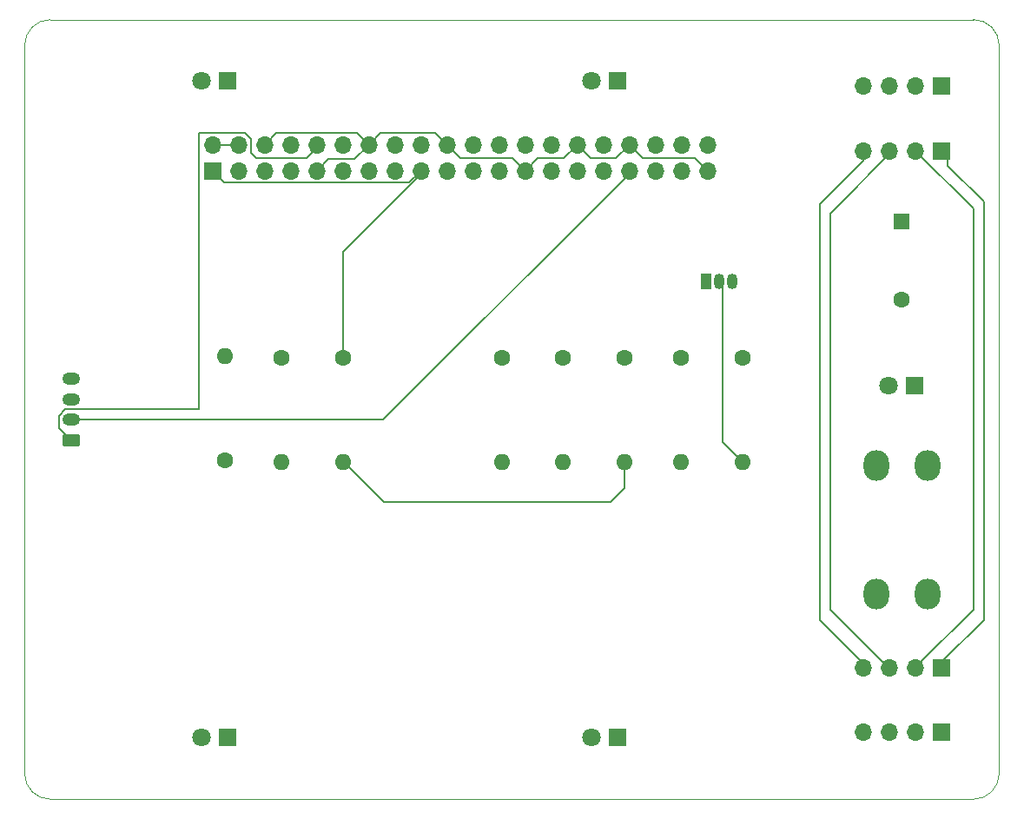
<source format=gbr>
%TF.GenerationSoftware,KiCad,Pcbnew,8.0.1*%
%TF.CreationDate,2024-04-28T12:21:07+02:00*%
%TF.ProjectId,IoT-Project,496f542d-5072-46f6-9a65-63742e6b6963,rev?*%
%TF.SameCoordinates,Original*%
%TF.FileFunction,Copper,L1,Top*%
%TF.FilePolarity,Positive*%
%FSLAX46Y46*%
G04 Gerber Fmt 4.6, Leading zero omitted, Abs format (unit mm)*
G04 Created by KiCad (PCBNEW 8.0.1) date 2024-04-28 12:21:07*
%MOMM*%
%LPD*%
G01*
G04 APERTURE LIST*
G04 Aperture macros list*
%AMRoundRect*
0 Rectangle with rounded corners*
0 $1 Rounding radius*
0 $2 $3 $4 $5 $6 $7 $8 $9 X,Y pos of 4 corners*
0 Add a 4 corners polygon primitive as box body*
4,1,4,$2,$3,$4,$5,$6,$7,$8,$9,$2,$3,0*
0 Add four circle primitives for the rounded corners*
1,1,$1+$1,$2,$3*
1,1,$1+$1,$4,$5*
1,1,$1+$1,$6,$7*
1,1,$1+$1,$8,$9*
0 Add four rect primitives between the rounded corners*
20,1,$1+$1,$2,$3,$4,$5,0*
20,1,$1+$1,$4,$5,$6,$7,0*
20,1,$1+$1,$6,$7,$8,$9,0*
20,1,$1+$1,$8,$9,$2,$3,0*%
G04 Aperture macros list end*
%TA.AperFunction,ComponentPad*%
%ADD10R,1.800000X1.800000*%
%TD*%
%TA.AperFunction,ComponentPad*%
%ADD11C,1.800000*%
%TD*%
%TA.AperFunction,ComponentPad*%
%ADD12C,1.600000*%
%TD*%
%TA.AperFunction,ComponentPad*%
%ADD13O,1.600000X1.600000*%
%TD*%
%TA.AperFunction,ComponentPad*%
%ADD14R,1.700000X1.700000*%
%TD*%
%TA.AperFunction,ComponentPad*%
%ADD15O,1.700000X1.700000*%
%TD*%
%TA.AperFunction,ComponentPad*%
%ADD16R,1.600000X1.600000*%
%TD*%
%TA.AperFunction,ComponentPad*%
%ADD17O,2.500000X3.000000*%
%TD*%
%TA.AperFunction,ComponentPad*%
%ADD18R,1.050000X1.500000*%
%TD*%
%TA.AperFunction,ComponentPad*%
%ADD19O,1.050000X1.500000*%
%TD*%
%TA.AperFunction,ComponentPad*%
%ADD20RoundRect,0.250000X0.625000X-0.350000X0.625000X0.350000X-0.625000X0.350000X-0.625000X-0.350000X0*%
%TD*%
%TA.AperFunction,ComponentPad*%
%ADD21O,1.750000X1.200000*%
%TD*%
%TA.AperFunction,Conductor*%
%ADD22C,0.200000*%
%TD*%
%TA.AperFunction,Profile*%
%ADD23C,0.050000*%
%TD*%
G04 APERTURE END LIST*
D10*
%TO.P,S4,1,K*%
%TO.N,GND*%
X56275000Y-92500000D03*
D11*
%TO.P,S4,2,A*%
%TO.N,Net-(S4-A)*%
X53735000Y-92500000D03*
%TD*%
D12*
%TO.P,RLED2,1*%
%TO.N,/Sensor 2*%
X83000000Y-119500000D03*
D13*
%TO.P,RLED2,2*%
%TO.N,Net-(S2-A)*%
X83000000Y-129660000D03*
%TD*%
D12*
%TO.P,RLED0,1*%
%TO.N,/green*%
X100500000Y-119500000D03*
D13*
%TO.P,RLED0,2*%
%TO.N,Net-(Green1-A)*%
X100500000Y-129660000D03*
%TD*%
D10*
%TO.P,Green1,1,K*%
%TO.N,GND*%
X123275000Y-122200000D03*
D11*
%TO.P,Green1,2,A*%
%TO.N,Net-(Green1-A)*%
X120735000Y-122200000D03*
%TD*%
D14*
%TO.P,SEN2,1,Pin_1*%
%TO.N,/SDA*%
X125900000Y-149700000D03*
D15*
%TO.P,SEN2,2,Pin_2*%
%TO.N,/SLC*%
X123360000Y-149700000D03*
%TO.P,SEN2,3,Pin_3*%
%TO.N,GND*%
X120820000Y-149700000D03*
%TO.P,SEN2,4,Pin_4*%
%TO.N,+3.3V*%
X118280000Y-149700000D03*
%TD*%
D12*
%TO.P,RSW1,1*%
%TO.N,+3.3V*%
X67500000Y-119500000D03*
D13*
%TO.P,RSW1,2*%
%TO.N,Net-(RSW1-Pad2)*%
X67500000Y-129660000D03*
%TD*%
D16*
%TO.P,BZ1,1,+*%
%TO.N,+5V*%
X122000000Y-106200000D03*
D12*
%TO.P,BZ1,2,-*%
%TO.N,Net-(BZ1--)*%
X122000000Y-113800000D03*
%TD*%
D17*
%TO.P,SW1,1,1*%
%TO.N,GND*%
X124500000Y-130000000D03*
X124500000Y-142500000D03*
%TO.P,SW1,2,2*%
%TO.N,Net-(RSW1-Pad2)*%
X119500000Y-130000000D03*
X119500000Y-142500000D03*
%TD*%
D12*
%TO.P,RLED1,1*%
%TO.N,/Sensor 1*%
X61500000Y-119500000D03*
D13*
%TO.P,RLED1,2*%
%TO.N,Net-(S1-A)*%
X61500000Y-129660000D03*
%TD*%
D12*
%TO.P,RBUZZ1,1*%
%TO.N,/buzzer*%
X106500000Y-119500000D03*
D13*
%TO.P,RBUZZ1,2*%
%TO.N,Net-(TRANS1-B)*%
X106500000Y-129660000D03*
%TD*%
D12*
%TO.P,RLED4,1*%
%TO.N,/Sensor 4*%
X56000000Y-129500000D03*
D13*
%TO.P,RLED4,2*%
%TO.N,Net-(S4-A)*%
X56000000Y-119340000D03*
%TD*%
D18*
%TO.P,TRANS1,1,E*%
%TO.N,GND*%
X102960000Y-112000000D03*
D19*
%TO.P,TRANS1,2,B*%
%TO.N,Net-(TRANS1-B)*%
X104230000Y-112000000D03*
%TO.P,TRANS1,3,C*%
%TO.N,Net-(BZ1--)*%
X105500000Y-112000000D03*
%TD*%
D14*
%TO.P,SEN1,1,Pin_1*%
%TO.N,/SDA*%
X125900000Y-156000000D03*
D15*
%TO.P,SEN1,2,Pin_2*%
%TO.N,/SLC*%
X123360000Y-156000000D03*
%TO.P,SEN1,3,Pin_3*%
%TO.N,GND*%
X120820000Y-156000000D03*
%TO.P,SEN1,4,Pin_4*%
%TO.N,+3.3V*%
X118280000Y-156000000D03*
%TD*%
D12*
%TO.P,RSW2,1*%
%TO.N,/switch*%
X95000000Y-119500000D03*
D13*
%TO.P,RSW2,2*%
%TO.N,Net-(RSW1-Pad2)*%
X95000000Y-129660000D03*
%TD*%
D20*
%TO.P,LID1,1,Pin_1*%
%TO.N,/Lidar-UART*%
X41000000Y-127500000D03*
D21*
%TO.P,LID1,2,Pin_2*%
%TO.N,/Lidar*%
X41000000Y-125500000D03*
%TO.P,LID1,3,Pin_3*%
%TO.N,GND*%
X41000000Y-123500000D03*
%TO.P,LID1,4,Pin_4*%
%TO.N,+5V*%
X41000000Y-121500000D03*
%TD*%
D10*
%TO.P,S2,1,K*%
%TO.N,GND*%
X94275000Y-156500000D03*
D11*
%TO.P,S2,2,A*%
%TO.N,Net-(S2-A)*%
X91735000Y-156500000D03*
%TD*%
D12*
%TO.P,RLED3,1*%
%TO.N,/Sensor 3*%
X89000000Y-119500000D03*
D13*
%TO.P,RLED3,2*%
%TO.N,Net-(S3-A)*%
X89000000Y-129660000D03*
%TD*%
D14*
%TO.P,SEN4,1,Pin_1*%
%TO.N,/SDA*%
X125900000Y-93000000D03*
D15*
%TO.P,SEN4,2,Pin_2*%
%TO.N,/SLC*%
X123360000Y-93000000D03*
%TO.P,SEN4,3,Pin_3*%
%TO.N,GND*%
X120820000Y-93000000D03*
%TO.P,SEN4,4,Pin_4*%
%TO.N,+3.3V*%
X118280000Y-93000000D03*
%TD*%
D14*
%TO.P,SEN3,1,Pin_1*%
%TO.N,/SDA*%
X125900000Y-99300000D03*
D15*
%TO.P,SEN3,2,Pin_2*%
%TO.N,/SLC*%
X123360000Y-99300000D03*
%TO.P,SEN3,3,Pin_3*%
%TO.N,GND*%
X120820000Y-99300000D03*
%TO.P,SEN3,4,Pin_4*%
%TO.N,+3.3V*%
X118280000Y-99300000D03*
%TD*%
D10*
%TO.P,S1,1,K*%
%TO.N,GND*%
X56275000Y-156500000D03*
D11*
%TO.P,S1,2,A*%
%TO.N,Net-(S1-A)*%
X53735000Y-156500000D03*
%TD*%
D14*
%TO.P,J1,1,3V3*%
%TO.N,+3.3V*%
X54800000Y-101250000D03*
D15*
%TO.P,J1,2,5V*%
%TO.N,+5V*%
X54800000Y-98710000D03*
%TO.P,J1,3,SDA/GPIO2*%
%TO.N,/SDA*%
X57340000Y-101250000D03*
%TO.P,J1,4,5V*%
%TO.N,+5V*%
X57340000Y-98710000D03*
%TO.P,J1,5,SCL/GPIO3*%
%TO.N,/SLC*%
X59880000Y-101250000D03*
%TO.P,J1,6,GND*%
%TO.N,GND*%
X59880000Y-98710000D03*
%TO.P,J1,7,GCLK0/GPIO4*%
%TO.N,unconnected-(J1-GCLK0{slash}GPIO4-Pad7)*%
X62420000Y-101250000D03*
%TO.P,J1,8,GPIO14/TXD*%
%TO.N,unconnected-(J1-GPIO14{slash}TXD-Pad8)*%
X62420000Y-98710000D03*
%TO.P,J1,9,GND*%
%TO.N,GND*%
X64960000Y-101250000D03*
%TO.P,J1,10,GPIO15/RXD*%
%TO.N,/Lidar-UART*%
X64960000Y-98710000D03*
%TO.P,J1,11,GPIO17*%
%TO.N,unconnected-(J1-GPIO17-Pad11)*%
X67500000Y-101250000D03*
%TO.P,J1,12,GPIO18/PWM0*%
%TO.N,unconnected-(J1-GPIO18{slash}PWM0-Pad12)*%
X67500000Y-98710000D03*
%TO.P,J1,13,GPIO27*%
%TO.N,unconnected-(J1-GPIO27-Pad13)*%
X70040000Y-101250000D03*
%TO.P,J1,14,GND*%
%TO.N,GND*%
X70040000Y-98710000D03*
%TO.P,J1,15,GPIO22*%
%TO.N,unconnected-(J1-GPIO22-Pad15)*%
X72580000Y-101250000D03*
%TO.P,J1,16,GPIO23*%
%TO.N,unconnected-(J1-GPIO23-Pad16)*%
X72580000Y-98710000D03*
%TO.P,J1,17,3V3*%
%TO.N,+3.3V*%
X75120000Y-101250000D03*
%TO.P,J1,18,GPIO24*%
%TO.N,unconnected-(J1-GPIO24-Pad18)*%
X75120000Y-98710000D03*
%TO.P,J1,19,MOSI0/GPIO10*%
%TO.N,/Sensor 1*%
X77660000Y-101250000D03*
%TO.P,J1,20,GND*%
%TO.N,GND*%
X77660000Y-98710000D03*
%TO.P,J1,21,MISO0/GPIO9*%
%TO.N,/Sensor 4*%
X80200000Y-101250000D03*
%TO.P,J1,22,GPIO25*%
%TO.N,unconnected-(J1-GPIO25-Pad22)*%
X80200000Y-98710000D03*
%TO.P,J1,23,SCLK0/GPIO11*%
%TO.N,/Sensor 2*%
X82740000Y-101250000D03*
%TO.P,J1,24,~{CE0}/GPIO8*%
%TO.N,unconnected-(J1-~{CE0}{slash}GPIO8-Pad24)*%
X82740000Y-98710000D03*
%TO.P,J1,25,GND*%
%TO.N,GND*%
X85280000Y-101250000D03*
%TO.P,J1,26,~{CE1}/GPIO7*%
%TO.N,unconnected-(J1-~{CE1}{slash}GPIO7-Pad26)*%
X85280000Y-98710000D03*
%TO.P,J1,27,ID_SD/GPIO0*%
%TO.N,unconnected-(J1-ID_SD{slash}GPIO0-Pad27)*%
X87820000Y-101250000D03*
%TO.P,J1,28,ID_SC/GPIO1*%
%TO.N,unconnected-(J1-ID_SC{slash}GPIO1-Pad28)*%
X87820000Y-98710000D03*
%TO.P,J1,29,GCLK1/GPIO5*%
%TO.N,/switch*%
X90360000Y-101250000D03*
%TO.P,J1,30,GND*%
%TO.N,GND*%
X90360000Y-98710000D03*
%TO.P,J1,31,GCLK2/GPIO6*%
%TO.N,/green*%
X92900000Y-101250000D03*
%TO.P,J1,32,PWM0/GPIO12*%
%TO.N,/Sensor 3*%
X92900000Y-98710000D03*
%TO.P,J1,33,PWM1/GPIO13*%
%TO.N,/Lidar*%
X95440000Y-101250000D03*
%TO.P,J1,34,GND*%
%TO.N,GND*%
X95440000Y-98710000D03*
%TO.P,J1,35,GPIO19/MISO1*%
%TO.N,unconnected-(J1-GPIO19{slash}MISO1-Pad35)*%
X97980000Y-101250000D03*
%TO.P,J1,36,GPIO16*%
%TO.N,unconnected-(J1-GPIO16-Pad36)*%
X97980000Y-98710000D03*
%TO.P,J1,37,GPIO26*%
%TO.N,unconnected-(J1-GPIO26-Pad37)*%
X100520000Y-101250000D03*
%TO.P,J1,38,GPIO20/MOSI1*%
%TO.N,/buzzer*%
X100520000Y-98710000D03*
%TO.P,J1,39,GND*%
%TO.N,GND*%
X103060000Y-101250000D03*
%TO.P,J1,40,GPIO21/SCLK1*%
%TO.N,unconnected-(J1-GPIO21{slash}SCLK1-Pad40)*%
X103060000Y-98710000D03*
%TD*%
D10*
%TO.P,S3,1,K*%
%TO.N,GND*%
X94275000Y-92500000D03*
D11*
%TO.P,S3,2,A*%
%TO.N,Net-(S3-A)*%
X91735000Y-92500000D03*
%TD*%
D22*
%TO.N,GND*%
X95440000Y-98710000D02*
X96730000Y-100000000D01*
X96730000Y-100000000D02*
X101810000Y-100000000D01*
X101810000Y-100000000D02*
X103060000Y-101250000D01*
X90360000Y-98710000D02*
X91650000Y-100000000D01*
X94150000Y-100000000D02*
X95440000Y-98710000D01*
X91650000Y-100000000D02*
X94150000Y-100000000D01*
X85280000Y-101250000D02*
X86530000Y-100000000D01*
X86530000Y-100000000D02*
X89070000Y-100000000D01*
X89070000Y-100000000D02*
X90360000Y-98710000D01*
X77660000Y-98710000D02*
X78950000Y-100000000D01*
X78950000Y-100000000D02*
X84030000Y-100000000D01*
X84030000Y-100000000D02*
X85280000Y-101250000D01*
%TO.N,+5V*%
X54800000Y-98710000D02*
X57340000Y-98710000D01*
%TO.N,GND*%
X70040000Y-98710000D02*
X71190000Y-97560000D01*
X121400000Y-99000000D02*
X115000000Y-105400000D01*
X120600000Y-149700000D02*
X120820000Y-149700000D01*
X121420000Y-99000000D02*
X121400000Y-99000000D01*
X76510000Y-97560000D02*
X77660000Y-98710000D01*
X68650000Y-100100000D02*
X66110000Y-100100000D01*
X66110000Y-100100000D02*
X64960000Y-101250000D01*
X68890000Y-97560000D02*
X70040000Y-98710000D01*
X59880000Y-98710000D02*
X61030000Y-97560000D01*
X115000000Y-105400000D02*
X115000000Y-144000000D01*
X61030000Y-97560000D02*
X68890000Y-97560000D01*
X115000000Y-144000000D02*
X120700000Y-149700000D01*
X71190000Y-97560000D02*
X76510000Y-97560000D01*
X70040000Y-98710000D02*
X68650000Y-100100000D01*
%TO.N,+3.3V*%
X67500000Y-109120000D02*
X75120000Y-101500000D01*
X73970000Y-102400000D02*
X75120000Y-101250000D01*
X118380000Y-149380000D02*
X114000000Y-145000000D01*
X118280000Y-149700000D02*
X118280000Y-149380000D01*
X114000000Y-145000000D02*
X114000000Y-104500000D01*
X114000000Y-104500000D02*
X118280000Y-100220000D01*
X55950000Y-102400000D02*
X73970000Y-102400000D01*
X75120000Y-101500000D02*
X75120000Y-101250000D01*
X54800000Y-101250000D02*
X55950000Y-102400000D01*
X67500000Y-119500000D02*
X67500000Y-109120000D01*
X118280000Y-100220000D02*
X118280000Y-99300000D01*
X118280000Y-100120000D02*
X118280000Y-99000000D01*
%TO.N,/Lidar*%
X95440000Y-101500000D02*
X95440000Y-101250000D01*
X71440000Y-125500000D02*
X95440000Y-101500000D01*
X41000000Y-125500000D02*
X71440000Y-125500000D01*
%TO.N,/SLC*%
X129000000Y-144000000D02*
X123800000Y-149200000D01*
X123360000Y-149700000D02*
X123700000Y-149700000D01*
X123800000Y-149200000D02*
X123800000Y-149700000D01*
X129000000Y-104940000D02*
X129000000Y-144000000D01*
X123360000Y-99300000D02*
X129000000Y-104940000D01*
%TO.N,/SDA*%
X130000000Y-104250000D02*
X126500000Y-100750000D01*
X130000000Y-145000000D02*
X130000000Y-104250000D01*
X125900000Y-149700000D02*
X125900000Y-149000000D01*
X126500000Y-100750000D02*
X126500000Y-100000000D01*
X125900000Y-100000000D02*
X125900000Y-99000000D01*
X126000000Y-149000000D02*
X130000000Y-145000000D01*
%TO.N,/Lidar-UART*%
X58600000Y-99450000D02*
X59110000Y-99960000D01*
X58000000Y-97500000D02*
X58600000Y-98100000D01*
X58600000Y-98100000D02*
X58600000Y-99450000D01*
X64960000Y-98960000D02*
X64960000Y-98710000D01*
X40452208Y-124500000D02*
X53500000Y-124500000D01*
X53500000Y-124500000D02*
X53500000Y-97500000D01*
X63960000Y-99960000D02*
X64960000Y-98960000D01*
X41000000Y-127500000D02*
X39825000Y-126325000D01*
X39825000Y-125127208D02*
X40452208Y-124500000D01*
X59110000Y-99960000D02*
X63960000Y-99960000D01*
X53500000Y-97500000D02*
X58000000Y-97500000D01*
X39825000Y-126325000D02*
X39825000Y-125127208D01*
%TO.N,Net-(TRANS1-B)*%
X104500000Y-127660000D02*
X106500000Y-129660000D01*
X104230000Y-112000000D02*
X104500000Y-112270000D01*
X104500000Y-112270000D02*
X104500000Y-127660000D01*
%TO.N,Net-(RSW1-Pad2)*%
X67500000Y-129660000D02*
X67660000Y-129660000D01*
X67660000Y-129660000D02*
X71500000Y-133500000D01*
X71500000Y-133500000D02*
X93660000Y-133500000D01*
X93660000Y-133500000D02*
X95000000Y-132160000D01*
X95000000Y-132160000D02*
X95000000Y-129660000D01*
%TD*%
D23*
X129000000Y-162500000D02*
X39000000Y-162500000D01*
X131500000Y-89000000D02*
X131500000Y-160000000D01*
X39000000Y-86500000D02*
X129000000Y-86500000D01*
X36500000Y-160000000D02*
X36500000Y-89000000D01*
X39000000Y-162500000D02*
G75*
G02*
X36500000Y-160000000I0J2500000D01*
G01*
X131500000Y-160000000D02*
G75*
G02*
X129000000Y-162500000I-2500000J0D01*
G01*
X36500000Y-89000000D02*
G75*
G02*
X39000000Y-86500000I2500000J0D01*
G01*
X129000000Y-86500000D02*
G75*
G02*
X131500000Y-89000000I0J-2500000D01*
G01*
M02*

</source>
